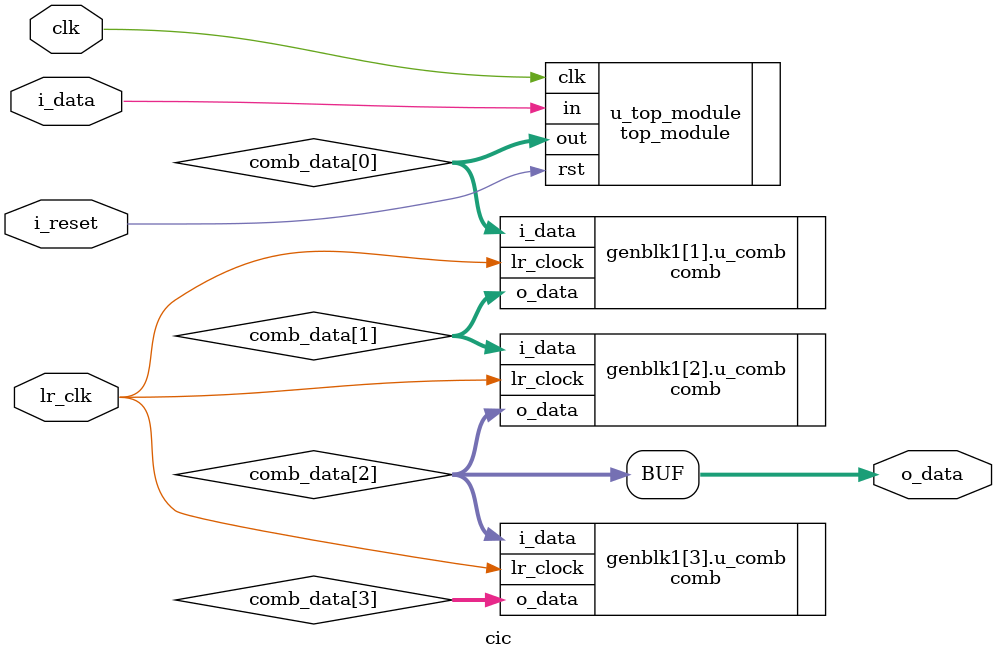
<source format=v>
module cic (
    clk,
    lr_clk,
    i_reset,
    i_data,
    o_data,
    );
    
    parameter IW=19, OW=19, R=16, N=3;
    
    /*
    Morgan note
    N is number of cascade stages (comb-integrator pairs) (3?)
    R is number decimation factor
    */
    input wire clk;
    input wire lr_clk, i_reset, i_data;
    
    output wire [(OW-1):0] o_data;
    wire [(IW-1):0] mid_data;
    wire [(OW-1):0] comb_data [0:N];


    genvar j;
    generate
        //Integrators
        top_module u_top_module(
            .clk(clk),
            .in(i_data),
            .rst(i_reset),
            .out(comb_data[0])
        );

        //combs
        
        for (j=1; j<=N; j=j+1) begin
            // comb #(
            //     .IW(IW),
            //     .OW(OW),
            //     .N(1*R/R)) 
            comb u_comb (
                .lr_clock(lr_clk),
                .i_data(comb_data[j-1]),
                .o_data(comb_data[j])
            );

        end
    endgenerate

assign o_data = comb_data[N-1]; //N-1

endmodule

</source>
